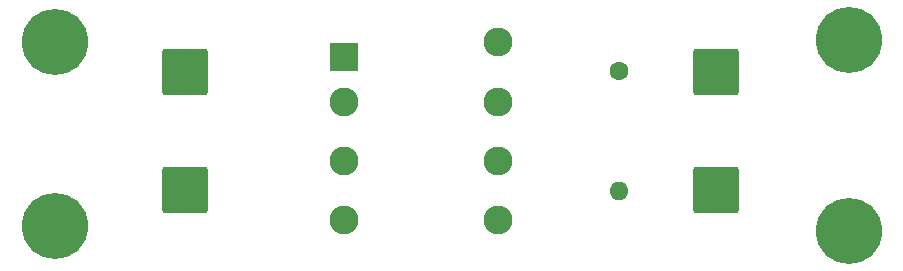
<source format=gbr>
%TF.GenerationSoftware,KiCad,Pcbnew,8.0.6*%
%TF.CreationDate,2025-02-04T11:33:45-08:00*%
%TF.ProjectId,Current_Transformer_test_Board,43757272-656e-4745-9f54-72616e73666f,rev?*%
%TF.SameCoordinates,Original*%
%TF.FileFunction,Soldermask,Top*%
%TF.FilePolarity,Negative*%
%FSLAX46Y46*%
G04 Gerber Fmt 4.6, Leading zero omitted, Abs format (unit mm)*
G04 Created by KiCad (PCBNEW 8.0.6) date 2025-02-04 11:33:45*
%MOMM*%
%LPD*%
G01*
G04 APERTURE LIST*
G04 Aperture macros list*
%AMRoundRect*
0 Rectangle with rounded corners*
0 $1 Rounding radius*
0 $2 $3 $4 $5 $6 $7 $8 $9 X,Y pos of 4 corners*
0 Add a 4 corners polygon primitive as box body*
4,1,4,$2,$3,$4,$5,$6,$7,$8,$9,$2,$3,0*
0 Add four circle primitives for the rounded corners*
1,1,$1+$1,$2,$3*
1,1,$1+$1,$4,$5*
1,1,$1+$1,$6,$7*
1,1,$1+$1,$8,$9*
0 Add four rect primitives between the rounded corners*
20,1,$1+$1,$2,$3,$4,$5,0*
20,1,$1+$1,$4,$5,$6,$7,0*
20,1,$1+$1,$6,$7,$8,$9,0*
20,1,$1+$1,$8,$9,$2,$3,0*%
G04 Aperture macros list end*
%ADD10RoundRect,0.250002X-1.699998X-1.699998X1.699998X-1.699998X1.699998X1.699998X-1.699998X1.699998X0*%
%ADD11C,3.600000*%
%ADD12C,5.600000*%
%ADD13RoundRect,0.102000X-1.125000X-1.125000X1.125000X-1.125000X1.125000X1.125000X-1.125000X1.125000X0*%
%ADD14C,2.454000*%
%ADD15C,1.600000*%
%ADD16O,1.600000X1.600000*%
G04 APERTURE END LIST*
D10*
%TO.C,J2*%
X70000000Y-50000000D03*
%TD*%
D11*
%TO.C,H1*%
X59000000Y-37500000D03*
D12*
X59000000Y-37500000D03*
%TD*%
D11*
%TO.C,H2*%
X126250000Y-37250000D03*
D12*
X126250000Y-37250000D03*
%TD*%
D11*
%TO.C,H4*%
X126250000Y-53500000D03*
D12*
X126250000Y-53500000D03*
%TD*%
D10*
%TO.C,J3*%
X115000000Y-40000000D03*
%TD*%
%TO.C,J1*%
X70000000Y-40000000D03*
%TD*%
D13*
%TO.C,T1*%
X83500000Y-38690000D03*
D14*
X83500000Y-42500000D03*
X83500000Y-47500000D03*
X83500000Y-52500000D03*
X96500000Y-52500000D03*
X96500000Y-47500000D03*
X96500000Y-42500000D03*
X96500000Y-37500000D03*
%TD*%
D11*
%TO.C,H3*%
X59000000Y-53000000D03*
D12*
X59000000Y-53000000D03*
%TD*%
D15*
%TO.C,R1*%
X106750000Y-39920000D03*
D16*
X106750000Y-50080000D03*
%TD*%
D10*
%TO.C,J4*%
X115000000Y-50000000D03*
%TD*%
M02*

</source>
